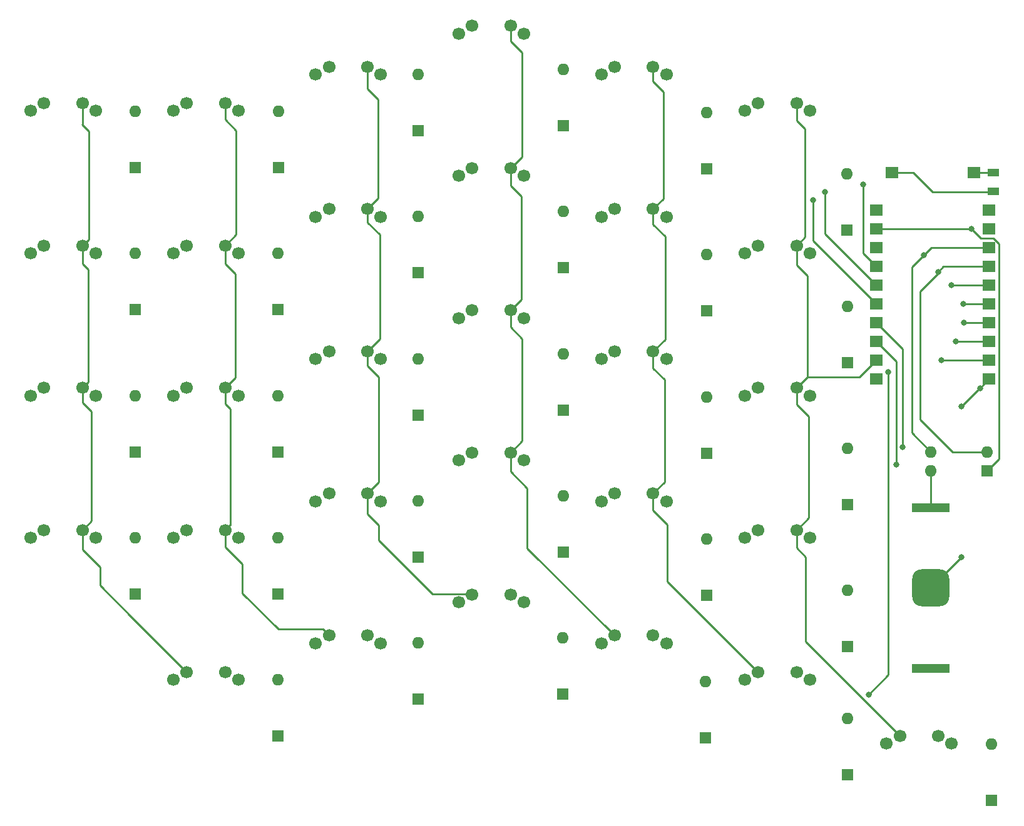
<source format=gbr>
%TF.GenerationSoftware,KiCad,Pcbnew,(6.0.8)*%
%TF.CreationDate,2023-02-14T17:54:26+07:00*%
%TF.ProjectId,dongle_256,646f6e67-6c65-45f3-9235-362e6b696361,rev?*%
%TF.SameCoordinates,Original*%
%TF.FileFunction,Copper,L2,Bot*%
%TF.FilePolarity,Positive*%
%FSLAX46Y46*%
G04 Gerber Fmt 4.6, Leading zero omitted, Abs format (unit mm)*
G04 Created by KiCad (PCBNEW (6.0.8)) date 2023-02-14 17:54:26*
%MOMM*%
%LPD*%
G01*
G04 APERTURE LIST*
G04 Aperture macros list*
%AMRoundRect*
0 Rectangle with rounded corners*
0 $1 Rounding radius*
0 $2 $3 $4 $5 $6 $7 $8 $9 X,Y pos of 4 corners*
0 Add a 4 corners polygon primitive as box body*
4,1,4,$2,$3,$4,$5,$6,$7,$8,$9,$2,$3,0*
0 Add four circle primitives for the rounded corners*
1,1,$1+$1,$2,$3*
1,1,$1+$1,$4,$5*
1,1,$1+$1,$6,$7*
1,1,$1+$1,$8,$9*
0 Add four rect primitives between the rounded corners*
20,1,$1+$1,$2,$3,$4,$5,0*
20,1,$1+$1,$4,$5,$6,$7,0*
20,1,$1+$1,$6,$7,$8,$9,0*
20,1,$1+$1,$8,$9,$2,$3,0*%
G04 Aperture macros list end*
%TA.AperFunction,ComponentPad*%
%ADD10R,1.600000X1.600000*%
%TD*%
%TA.AperFunction,ComponentPad*%
%ADD11O,1.600000X1.600000*%
%TD*%
%TA.AperFunction,ComponentPad*%
%ADD12C,1.700000*%
%TD*%
%TA.AperFunction,SMDPad,CuDef*%
%ADD13R,5.100000X1.200000*%
%TD*%
%TA.AperFunction,SMDPad,CuDef*%
%ADD14RoundRect,1.250000X-1.250000X1.250000X-1.250000X-1.250000X1.250000X-1.250000X1.250000X1.250000X0*%
%TD*%
%TA.AperFunction,SMDPad,CuDef*%
%ADD15R,1.524000X1.000000*%
%TD*%
%TA.AperFunction,SMDPad,CuDef*%
%ADD16R,1.800000X1.524000*%
%TD*%
%TA.AperFunction,ViaPad*%
%ADD17C,0.800000*%
%TD*%
%TA.AperFunction,Conductor*%
%ADD18C,0.250000*%
%TD*%
G04 APERTURE END LIST*
D10*
%TO.P,D17,1,K*%
%TO.N,Net-(D13-Pad1)*%
X125830000Y-92787500D03*
D11*
%TO.P,D17,2,A*%
%TO.N,Net-(D17-Pad2)*%
X125830000Y-85167500D03*
%TD*%
D12*
%TO.P,SW28,1,COL*%
%TO.N,Net-(SW10-Pad1)*%
X113360000Y-117485500D03*
X118560000Y-117485500D03*
%TO.P,SW28,2,ROW*%
%TO.N,Net-(D28-Pad2)*%
X120360000Y-118535500D03*
X111560000Y-118535500D03*
%TD*%
D10*
%TO.P,D30,1,K*%
%TO.N,Net-(D25-Pad1)*%
X164300000Y-139810000D03*
D11*
%TO.P,D30,2,A*%
%TO.N,Net-(D30-Pad2)*%
X164300000Y-132190000D03*
%TD*%
D10*
%TO.P,D12,1,K*%
%TO.N,Net-(D10-Pad1)*%
X144900000Y-80505000D03*
D11*
%TO.P,D12,2,A*%
%TO.N,Net-(D12-Pad2)*%
X144900000Y-72885000D03*
%TD*%
D10*
%TO.P,D21,1,K*%
%TO.N,Net-(D19-Pad1)*%
X86800000Y-106855000D03*
D11*
%TO.P,D21,2,A*%
%TO.N,Net-(D21-Pad2)*%
X86800000Y-99235000D03*
%TD*%
D10*
%TO.P,D22,1,K*%
%TO.N,Net-(D19-Pad1)*%
X106400000Y-106200000D03*
D11*
%TO.P,D22,2,A*%
%TO.N,Net-(D22-Pad2)*%
X106400000Y-98580000D03*
%TD*%
D12*
%TO.P,SW8,1,COL*%
%TO.N,Net-(SW14-Pad1)*%
X55490000Y-64673000D03*
X60690000Y-64673000D03*
%TO.P,SW8,2,ROW*%
%TO.N,Net-(D8-Pad2)*%
X53690000Y-65723000D03*
X62490000Y-65723000D03*
%TD*%
%TO.P,SW24,1,COL*%
%TO.N,Net-(SW12-Pad1)*%
X137970000Y-103204500D03*
X132770000Y-103204500D03*
%TO.P,SW24,2,ROW*%
%TO.N,Net-(D24-Pad2)*%
X130970000Y-104254500D03*
X139770000Y-104254500D03*
%TD*%
D10*
%TO.P,D5,1,K*%
%TO.N,Net-(D1-Pad1)*%
X125834000Y-54292500D03*
D11*
%TO.P,D5,2,A*%
%TO.N,Net-(D5-Pad2)*%
X125834000Y-46672500D03*
%TD*%
D12*
%TO.P,SW27,1,COL*%
%TO.N,Net-(SW15-Pad1)*%
X94080000Y-111945500D03*
X99280000Y-111945500D03*
%TO.P,SW27,2,ROW*%
%TO.N,Net-(D27-Pad2)*%
X92280000Y-112995500D03*
X101080000Y-112995500D03*
%TD*%
D10*
%TO.P,D27,1,K*%
%TO.N,Net-(D25-Pad1)*%
X106366000Y-125410250D03*
D11*
%TO.P,D27,2,A*%
%TO.N,Net-(D27-Pad2)*%
X106366000Y-117790250D03*
%TD*%
D12*
%TO.P,SW29,1,COL*%
%TO.N,Net-(SW11-Pad1)*%
X132760000Y-122433000D03*
X137960000Y-122433000D03*
%TO.P,SW29,2,ROW*%
%TO.N,Net-(D29-Pad2)*%
X139760000Y-123483000D03*
X130960000Y-123483000D03*
%TD*%
D10*
%TO.P,D20,1,K*%
%TO.N,Net-(D19-Pad1)*%
X67850000Y-111849750D03*
D11*
%TO.P,D20,2,A*%
%TO.N,Net-(D20-Pad2)*%
X67850000Y-104229750D03*
%TD*%
D12*
%TO.P,SW10,1,COL*%
%TO.N,Net-(SW10-Pad1)*%
X99290000Y-54185500D03*
X94090000Y-54185500D03*
%TO.P,SW10,2,ROW*%
%TO.N,Net-(D10-Pad2)*%
X101090000Y-55235500D03*
X92290000Y-55235500D03*
%TD*%
D10*
%TO.P,D4,1,K*%
%TO.N,Net-(D1-Pad1)*%
X106408000Y-48457500D03*
D11*
%TO.P,D4,2,A*%
%TO.N,Net-(D4-Pad2)*%
X106408000Y-40837500D03*
%TD*%
D12*
%TO.P,SW3,1,COL*%
%TO.N,Net-(SW15-Pad1)*%
X74730000Y-40459750D03*
X79930000Y-40459750D03*
%TO.P,SW3,2,ROW*%
%TO.N,Net-(D3-Pad2)*%
X72930000Y-41509750D03*
X81730000Y-41509750D03*
%TD*%
D10*
%TO.P,D29,1,K*%
%TO.N,Net-(D25-Pad1)*%
X144870000Y-136367500D03*
D11*
%TO.P,D29,2,A*%
%TO.N,Net-(D29-Pad2)*%
X144870000Y-128747500D03*
%TD*%
D10*
%TO.P,D16,1,K*%
%TO.N,Net-(D13-Pad1)*%
X106400000Y-86952500D03*
D11*
%TO.P,D16,2,A*%
%TO.N,Net-(D16-Pad2)*%
X106400000Y-79332500D03*
%TD*%
D12*
%TO.P,SW11,1,COL*%
%TO.N,Net-(SW11-Pad1)*%
X113370000Y-59725500D03*
X118570000Y-59725500D03*
%TO.P,SW11,2,ROW*%
%TO.N,Net-(D11-Pad2)*%
X120370000Y-60775500D03*
X111570000Y-60775500D03*
%TD*%
D10*
%TO.P,D18,1,K*%
%TO.N,Net-(D13-Pad1)*%
X144900000Y-99752500D03*
D11*
%TO.P,D18,2,A*%
%TO.N,Net-(D18-Pad2)*%
X144900000Y-92132500D03*
%TD*%
D10*
%TO.P,D26,1,K*%
%TO.N,Net-(D25-Pad1)*%
X86758000Y-126065250D03*
D11*
%TO.P,D26,2,A*%
%TO.N,Net-(D26-Pad2)*%
X86758000Y-118445250D03*
%TD*%
D12*
%TO.P,SW4,1,COL*%
%TO.N,Net-(SW10-Pad1)*%
X99290000Y-34919750D03*
X94090000Y-34919750D03*
%TO.P,SW4,2,ROW*%
%TO.N,Net-(D4-Pad2)*%
X101090000Y-35969750D03*
X92290000Y-35969750D03*
%TD*%
D10*
%TO.P,D3,1,K*%
%TO.N,Net-(D1-Pad1)*%
X86812000Y-49112500D03*
D11*
%TO.P,D3,2,A*%
%TO.N,Net-(D3-Pad2)*%
X86812000Y-41492500D03*
%TD*%
D12*
%TO.P,SW17,1,COL*%
%TO.N,Net-(SW11-Pad1)*%
X118570000Y-78991250D03*
X113370000Y-78991250D03*
%TO.P,SW17,2,ROW*%
%TO.N,Net-(D17-Pad2)*%
X111570000Y-80041250D03*
X120370000Y-80041250D03*
%TD*%
%TO.P,SW19,1,COL*%
%TO.N,Net-(SW1-Pad1)*%
X41370000Y-103204500D03*
X36170000Y-103204500D03*
%TO.P,SW19,2,ROW*%
%TO.N,Net-(D19-Pad2)*%
X34370000Y-104254500D03*
X43170000Y-104254500D03*
%TD*%
%TO.P,SW26,1,COL*%
%TO.N,Net-(SW14-Pad1)*%
X79920000Y-117485500D03*
X74720000Y-117485500D03*
%TO.P,SW26,2,ROW*%
%TO.N,Net-(D26-Pad2)*%
X72920000Y-118535500D03*
X81720000Y-118535500D03*
%TD*%
%TO.P,SW1,1,COL*%
%TO.N,Net-(SW1-Pad1)*%
X36170000Y-45407250D03*
X41370000Y-45407250D03*
%TO.P,SW1,2,ROW*%
%TO.N,Net-(D1-Pad2)*%
X43170000Y-46457250D03*
X34370000Y-46457250D03*
%TD*%
D10*
%TO.P,D7,1,K*%
%TO.N,Net-(D10-Pad1)*%
X48530000Y-73354750D03*
D11*
%TO.P,D7,2,A*%
%TO.N,Net-(D7-Pad2)*%
X48530000Y-65734750D03*
%TD*%
D10*
%TO.P,D11,1,K*%
%TO.N,Net-(D10-Pad1)*%
X125830000Y-73540000D03*
D11*
%TO.P,D11,2,A*%
%TO.N,Net-(D11-Pad2)*%
X125830000Y-65920000D03*
%TD*%
D12*
%TO.P,SW2,1,COL*%
%TO.N,Net-(SW14-Pad1)*%
X60690000Y-45407250D03*
X55490000Y-45407250D03*
%TO.P,SW2,2,ROW*%
%TO.N,Net-(D2-Pad2)*%
X53690000Y-46457250D03*
X62490000Y-46457250D03*
%TD*%
D10*
%TO.P,D14,1,K*%
%TO.N,Net-(D13-Pad1)*%
X67850000Y-92602250D03*
D11*
%TO.P,D14,2,A*%
%TO.N,Net-(D14-Pad2)*%
X67850000Y-84982250D03*
%TD*%
D12*
%TO.P,SW12,1,COL*%
%TO.N,Net-(SW12-Pad1)*%
X132770000Y-64673000D03*
X137970000Y-64673000D03*
%TO.P,SW12,2,ROW*%
%TO.N,Net-(D12-Pad2)*%
X130970000Y-65723000D03*
X139770000Y-65723000D03*
%TD*%
%TO.P,SW23,1,COL*%
%TO.N,Net-(SW11-Pad1)*%
X113370000Y-98257000D03*
X118570000Y-98257000D03*
%TO.P,SW23,2,ROW*%
%TO.N,Net-(D23-Pad2)*%
X111570000Y-99307000D03*
X120370000Y-99307000D03*
%TD*%
%TO.P,SW5,1,COL*%
%TO.N,Net-(SW11-Pad1)*%
X113370000Y-40459750D03*
X118570000Y-40459750D03*
%TO.P,SW5,2,ROW*%
%TO.N,Net-(D5-Pad2)*%
X120370000Y-41509750D03*
X111570000Y-41509750D03*
%TD*%
%TO.P,SW6,1,COL*%
%TO.N,Net-(SW12-Pad1)*%
X132770000Y-45407250D03*
X137970000Y-45407250D03*
%TO.P,SW6,2,ROW*%
%TO.N,Net-(D6-Pad2)*%
X130970000Y-46457250D03*
X139770000Y-46457250D03*
%TD*%
D10*
%TO.P,D25,1,K*%
%TO.N,Net-(D25-Pad1)*%
X67800000Y-131060000D03*
D11*
%TO.P,D25,2,A*%
%TO.N,Net-(D25-Pad2)*%
X67800000Y-123440000D03*
%TD*%
D12*
%TO.P,SW14,1,COL*%
%TO.N,Net-(SW14-Pad1)*%
X60690000Y-83938750D03*
X55490000Y-83938750D03*
%TO.P,SW14,2,ROW*%
%TO.N,Net-(D14-Pad2)*%
X62490000Y-84988750D03*
X53690000Y-84988750D03*
%TD*%
%TO.P,SW20,1,COL*%
%TO.N,Net-(SW14-Pad1)*%
X60690000Y-103204500D03*
X55490000Y-103204500D03*
%TO.P,SW20,2,ROW*%
%TO.N,Net-(D20-Pad2)*%
X62490000Y-104254500D03*
X53690000Y-104254500D03*
%TD*%
D10*
%TO.P,D9,1,K*%
%TO.N,Net-(D10-Pad1)*%
X86800000Y-68360000D03*
D11*
%TO.P,D9,2,A*%
%TO.N,Net-(D9-Pad2)*%
X86800000Y-60740000D03*
%TD*%
D10*
%TO.P,D19,1,K*%
%TO.N,Net-(D19-Pad1)*%
X48530000Y-111849750D03*
D11*
%TO.P,D19,2,A*%
%TO.N,Net-(D19-Pad2)*%
X48530000Y-104229750D03*
%TD*%
D10*
%TO.P,D15,1,K*%
%TO.N,Net-(D13-Pad1)*%
X86800000Y-87607500D03*
D11*
%TO.P,D15,2,A*%
%TO.N,Net-(D15-Pad2)*%
X86800000Y-79987500D03*
%TD*%
D10*
%TO.P,D2,1,K*%
%TO.N,Net-(D1-Pad1)*%
X67866000Y-54107250D03*
D11*
%TO.P,D2,2,A*%
%TO.N,Net-(D2-Pad2)*%
X67866000Y-46487250D03*
%TD*%
D10*
%TO.P,D13,1,K*%
%TO.N,Net-(D13-Pad1)*%
X48530000Y-92602250D03*
D11*
%TO.P,D13,2,A*%
%TO.N,Net-(D13-Pad2)*%
X48530000Y-84982250D03*
%TD*%
D12*
%TO.P,SW15,1,COL*%
%TO.N,Net-(SW15-Pad1)*%
X74730000Y-78991250D03*
X79930000Y-78991250D03*
%TO.P,SW15,2,ROW*%
%TO.N,Net-(D15-Pad2)*%
X72930000Y-80041250D03*
X81730000Y-80041250D03*
%TD*%
%TO.P,SW30,1,COL*%
%TO.N,Net-(SW12-Pad1)*%
X151950000Y-131053000D03*
X157150000Y-131053000D03*
%TO.P,SW30,2,ROW*%
%TO.N,Net-(D30-Pad2)*%
X150150000Y-132103000D03*
X158950000Y-132103000D03*
%TD*%
%TO.P,SW18,1,COL*%
%TO.N,Net-(SW12-Pad1)*%
X132770000Y-83938750D03*
X137970000Y-83938750D03*
%TO.P,SW18,2,ROW*%
%TO.N,Net-(D18-Pad2)*%
X139770000Y-84988750D03*
X130970000Y-84988750D03*
%TD*%
D10*
%TO.P,D6,1,K*%
%TO.N,Net-(D1-Pad1)*%
X144800000Y-62560000D03*
D11*
%TO.P,D6,2,A*%
%TO.N,Net-(D6-Pad2)*%
X144800000Y-54940000D03*
%TD*%
D12*
%TO.P,SW9,1,COL*%
%TO.N,Net-(SW15-Pad1)*%
X79930000Y-59725500D03*
X74730000Y-59725500D03*
%TO.P,SW9,2,ROW*%
%TO.N,Net-(D9-Pad2)*%
X81730000Y-60775500D03*
X72930000Y-60775500D03*
%TD*%
%TO.P,SW21,1,COL*%
%TO.N,Net-(SW15-Pad1)*%
X79930000Y-98257000D03*
X74730000Y-98257000D03*
%TO.P,SW21,2,ROW*%
%TO.N,Net-(D21-Pad2)*%
X72930000Y-99307000D03*
X81730000Y-99307000D03*
%TD*%
%TO.P,SW16,1,COL*%
%TO.N,Net-(SW10-Pad1)*%
X94090000Y-73451250D03*
X99290000Y-73451250D03*
%TO.P,SW16,2,ROW*%
%TO.N,Net-(D16-Pad2)*%
X101090000Y-74501250D03*
X92290000Y-74501250D03*
%TD*%
D10*
%TO.P,D28,1,K*%
%TO.N,Net-(D25-Pad1)*%
X125600000Y-131350000D03*
D11*
%TO.P,D28,2,A*%
%TO.N,Net-(D28-Pad2)*%
X125600000Y-123730000D03*
%TD*%
D10*
%TO.P,SW31,1*%
%TO.N,Net-(U1-PadOUT)*%
X163767500Y-95175000D03*
D11*
%TO.P,SW31,2*%
%TO.N,Net-(SW31-Pad2)*%
X163767500Y-92635000D03*
%TO.P,SW31,3*%
%TO.N,Net-(U1-Pad0.17)*%
X156147500Y-92635000D03*
%TO.P,SW31,4*%
%TO.N,Net-(BT1-Pad1)*%
X156147500Y-95175000D03*
%TD*%
D12*
%TO.P,SW13,1,COL*%
%TO.N,Net-(SW1-Pad1)*%
X41370000Y-83938750D03*
X36170000Y-83938750D03*
%TO.P,SW13,2,ROW*%
%TO.N,Net-(D13-Pad2)*%
X43170000Y-84988750D03*
X34370000Y-84988750D03*
%TD*%
D10*
%TO.P,D8,1,K*%
%TO.N,Net-(D10-Pad1)*%
X67850000Y-73354750D03*
D11*
%TO.P,D8,2,A*%
%TO.N,Net-(D8-Pad2)*%
X67850000Y-65734750D03*
%TD*%
D12*
%TO.P,SW7,1,COL*%
%TO.N,Net-(SW1-Pad1)*%
X41370000Y-64673000D03*
X36170000Y-64673000D03*
%TO.P,SW7,2,ROW*%
%TO.N,Net-(D7-Pad2)*%
X34370000Y-65723000D03*
X43170000Y-65723000D03*
%TD*%
D10*
%TO.P,D23,1,K*%
%TO.N,Net-(D19-Pad1)*%
X125830000Y-112035000D03*
D11*
%TO.P,D23,2,A*%
%TO.N,Net-(D23-Pad2)*%
X125830000Y-104415000D03*
%TD*%
D10*
%TO.P,D24,1,K*%
%TO.N,Net-(D19-Pad1)*%
X144900000Y-119000000D03*
D11*
%TO.P,D24,2,A*%
%TO.N,Net-(D24-Pad2)*%
X144900000Y-111380000D03*
%TD*%
D12*
%TO.P,SW22,1,COL*%
%TO.N,Net-(SW10-Pad1)*%
X99290000Y-92717000D03*
X94090000Y-92717000D03*
%TO.P,SW22,2,ROW*%
%TO.N,Net-(D22-Pad2)*%
X92290000Y-93767000D03*
X101090000Y-93767000D03*
%TD*%
%TO.P,SW25,1,COL*%
%TO.N,Net-(SW1-Pad1)*%
X60680000Y-122433000D03*
X55480000Y-122433000D03*
%TO.P,SW25,2,ROW*%
%TO.N,Net-(D25-Pad2)*%
X62480000Y-123483000D03*
X53680000Y-123483000D03*
%TD*%
D10*
%TO.P,D1,1,K*%
%TO.N,Net-(D1-Pad1)*%
X48550000Y-54107250D03*
D11*
%TO.P,D1,2,A*%
%TO.N,Net-(D1-Pad2)*%
X48550000Y-46487250D03*
%TD*%
D10*
%TO.P,D10,1,K*%
%TO.N,Net-(D10-Pad1)*%
X106400000Y-67705000D03*
D11*
%TO.P,D10,2,A*%
%TO.N,Net-(D10-Pad2)*%
X106400000Y-60085000D03*
%TD*%
D13*
%TO.P,BT2,1,+*%
%TO.N,Net-(BT1-Pad1)*%
X156150000Y-121950000D03*
X156150000Y-100150000D03*
D14*
%TO.P,BT2,2,-*%
%TO.N,Net-(BT1-Pad2)*%
X156150000Y-111050000D03*
%TD*%
D15*
%TO.P,J2,1,Pin_1*%
%TO.N,Net-(J1-Pad1)*%
X164600000Y-57375000D03*
%TO.P,J2,2,Pin_2*%
%TO.N,Net-(J1-Pad2)*%
X164600000Y-54835000D03*
%TD*%
D16*
%TO.P,U2,0.02,0.02*%
%TO.N,Net-(SW15-Pad1)*%
X148780000Y-72595000D03*
%TO.P,U2,0.09,0.09*%
%TO.N,Net-(D19-Pad1)*%
X164020000Y-77675000D03*
%TO.P,U2,0.10,0.10*%
%TO.N,Net-(D25-Pad1)*%
X164020000Y-80215000D03*
%TO.P,U2,0.13,0.13*%
%TO.N,Net-(U1-Pad0.13)*%
X164020000Y-59895000D03*
%TO.P,U2,0.15,0.15*%
%TO.N,Net-(U1-Pad0.15)*%
X164020000Y-62435000D03*
%TO.P,U2,0.17,0.17*%
%TO.N,Net-(U1-Pad0.17)*%
X164020000Y-64975000D03*
%TO.P,U2,0.20,0.20*%
%TO.N,Net-(SW31-Pad2)*%
X164020000Y-67515000D03*
%TO.P,U2,0.22,0.22*%
%TO.N,Net-(D1-Pad1)*%
X164020000Y-70055000D03*
%TO.P,U2,0.24,0.24*%
%TO.N,Net-(D10-Pad1)*%
X164020000Y-72595000D03*
%TO.P,U2,0.29,0.29*%
%TO.N,Net-(SW14-Pad1)*%
X148780000Y-70055000D03*
%TO.P,U2,0.31,0.31*%
%TO.N,Net-(SW1-Pad1)*%
X148780000Y-67515000D03*
%TO.P,U2,1.00,1.00*%
%TO.N,Net-(D13-Pad1)*%
X164020000Y-75135000D03*
%TO.P,U2,1.10,1.10*%
%TO.N,Net-(SW12-Pad1)*%
X148780000Y-80215000D03*
%TO.P,U2,1.13,1.13*%
%TO.N,Net-(SW11-Pad1)*%
X148780000Y-77675000D03*
%TO.P,U2,1.15,1.15*%
%TO.N,Net-(SW10-Pad1)*%
X148780000Y-75135000D03*
%TO.P,U2,G1,GND*%
%TO.N,Net-(BT1-Pad2)*%
X164020000Y-82755000D03*
%TO.P,U2,G2,GND*%
X148780000Y-82755000D03*
%TO.P,U2,G3,GND*%
X148780000Y-64975000D03*
%TO.P,U2,OUT,OUT*%
%TO.N,Net-(U1-PadOUT)*%
X148780000Y-62435000D03*
%TO.P,U2,SWDCLK,SWDCLK*%
%TO.N,Net-(J1-Pad1)*%
X150840000Y-54815000D03*
%TO.P,U2,SWDIO,SWDIO*%
%TO.N,Net-(J1-Pad2)*%
X161960000Y-54815000D03*
%TO.P,U2,VBUS,VBUS*%
%TO.N,Net-(U1-PadVBUS)*%
X148780000Y-59895000D03*
%TD*%
D17*
%TO.N,Net-(D1-Pad1)*%
X158945000Y-70055000D03*
%TO.N,Net-(D10-Pad1)*%
X160555000Y-72595000D03*
%TO.N,Net-(D13-Pad1)*%
X160585000Y-75135000D03*
%TO.N,Net-(D19-Pad1)*%
X159475000Y-77675000D03*
%TO.N,Net-(D25-Pad1)*%
X147721000Y-125479000D03*
X150400000Y-81800000D03*
X157550000Y-80215000D03*
%TO.N,Net-(SW1-Pad1)*%
X147000000Y-56400000D03*
%TO.N,Net-(SW14-Pad1)*%
X141850000Y-57400000D03*
%TO.N,Net-(SW15-Pad1)*%
X140200000Y-58500000D03*
%TO.N,Net-(SW10-Pad1)*%
X152350000Y-92000000D03*
%TO.N,Net-(SW11-Pad1)*%
X151450000Y-94300000D03*
%TO.N,Net-(BT1-Pad2)*%
X160300000Y-106900000D03*
X162775000Y-84000000D03*
X160300000Y-86450000D03*
%TO.N,Net-(U1-PadOUT)*%
X161665000Y-62435000D03*
%TO.N,Net-(SW31-Pad2)*%
X157100000Y-68250000D03*
%TO.N,Net-(U1-Pad0.17)*%
X155150000Y-66000000D03*
%TD*%
D18*
%TO.N,Net-(D1-Pad1)*%
X158945000Y-70055000D02*
X164020000Y-70055000D01*
%TO.N,Net-(D10-Pad1)*%
X160555000Y-72595000D02*
X164020000Y-72595000D01*
%TO.N,Net-(D13-Pad1)*%
X164020000Y-75135000D02*
X160585000Y-75135000D01*
%TO.N,Net-(D19-Pad1)*%
X164020000Y-77675000D02*
X159475000Y-77675000D01*
%TO.N,Net-(D25-Pad1)*%
X157550000Y-80215000D02*
X164020000Y-80215000D01*
X150400000Y-122800000D02*
X147721000Y-125479000D01*
X150400000Y-81800000D02*
X150400000Y-122800000D01*
%TO.N,Net-(SW1-Pad1)*%
X41370000Y-85920000D02*
X42600000Y-87150000D01*
X147000000Y-56400000D02*
X147000000Y-65735000D01*
X41370000Y-45407250D02*
X41370000Y-48180000D01*
X48097000Y-115050000D02*
X48097000Y-115047000D01*
X41300000Y-48250000D02*
X42220000Y-49170000D01*
X42220000Y-49170000D02*
X42220000Y-63823000D01*
X43750000Y-108200000D02*
X43750000Y-110700000D01*
X41370000Y-48180000D02*
X41300000Y-48250000D01*
X48097000Y-115050000D02*
X55480000Y-122433000D01*
X147000000Y-65735000D02*
X148780000Y-67515000D01*
X42600000Y-101974500D02*
X41370000Y-103204500D01*
X41370000Y-103204500D02*
X41370000Y-105820000D01*
X41370000Y-83938750D02*
X41370000Y-85920000D01*
X42220000Y-63823000D02*
X41370000Y-64673000D01*
X42150000Y-83158750D02*
X41370000Y-83938750D01*
X48097000Y-115047000D02*
X43750000Y-110700000D01*
X41370000Y-105820000D02*
X43750000Y-108200000D01*
X42150000Y-67900000D02*
X42150000Y-83158750D01*
X41370000Y-64673000D02*
X41370000Y-67120000D01*
X41370000Y-67120000D02*
X42150000Y-67900000D01*
X42600000Y-87150000D02*
X42600000Y-101974500D01*
%TO.N,Net-(SW14-Pad1)*%
X60690000Y-67140000D02*
X62050000Y-68500000D01*
X62050000Y-82578750D02*
X60690000Y-83938750D01*
X62150000Y-49100000D02*
X62150000Y-63213000D01*
X61400000Y-86800000D02*
X61400000Y-102494500D01*
X62050000Y-68500000D02*
X62050000Y-82578750D01*
X63000000Y-111750000D02*
X67885500Y-116635500D01*
X60690000Y-103204500D02*
X60690000Y-105490000D01*
X61400000Y-102494500D02*
X60690000Y-103204500D01*
X60690000Y-64673000D02*
X60690000Y-67140000D01*
X73870000Y-116635500D02*
X74720000Y-117485500D01*
X60690000Y-45407250D02*
X60690000Y-47640000D01*
X63000000Y-107800000D02*
X63000000Y-111750000D01*
X67885500Y-116635500D02*
X73870000Y-116635500D01*
X141850000Y-57400000D02*
X141850000Y-63125000D01*
X60690000Y-105490000D02*
X63000000Y-107800000D01*
X141850000Y-63125000D02*
X148780000Y-70055000D01*
X60690000Y-47640000D02*
X62150000Y-49100000D01*
X60690000Y-83938750D02*
X60690000Y-86090000D01*
X62150000Y-63213000D02*
X60690000Y-64673000D01*
X60690000Y-86090000D02*
X61400000Y-86800000D01*
%TO.N,Net-(SW15-Pad1)*%
X81350000Y-58305500D02*
X79930000Y-59725500D01*
X81350000Y-44850000D02*
X81350000Y-58305500D01*
X81600000Y-63200000D02*
X81600000Y-77321250D01*
X79930000Y-40459750D02*
X79930000Y-43430000D01*
X81450000Y-104550000D02*
X88720500Y-111820500D01*
X81450000Y-82500000D02*
X81450000Y-96737000D01*
X79930000Y-98257000D02*
X79930000Y-101005000D01*
X140200000Y-64015000D02*
X148780000Y-72595000D01*
X88720500Y-111820500D02*
X93955000Y-111820500D01*
X79930000Y-80980000D02*
X81450000Y-82500000D01*
X93955000Y-111820500D02*
X94080000Y-111945500D01*
X81450000Y-102525000D02*
X81450000Y-104550000D01*
X81450000Y-96737000D02*
X79930000Y-98257000D01*
X79930000Y-78991250D02*
X79930000Y-80980000D01*
X79930000Y-43430000D02*
X81350000Y-44850000D01*
X140200000Y-58500000D02*
X140200000Y-64015000D01*
X79930000Y-59725500D02*
X79930000Y-61530000D01*
X79930000Y-61530000D02*
X81600000Y-63200000D01*
X81600000Y-77321250D02*
X79930000Y-78991250D01*
X79930000Y-101005000D02*
X81450000Y-102525000D01*
%TO.N,Net-(SW10-Pad1)*%
X99290000Y-92717000D02*
X99290000Y-95290000D01*
X100750000Y-58050000D02*
X100750000Y-71991250D01*
X99290000Y-95290000D02*
X101550000Y-97550000D01*
X100800000Y-38500000D02*
X100800000Y-52675500D01*
X152350000Y-78705000D02*
X148780000Y-75135000D01*
X99290000Y-56590000D02*
X100750000Y-58050000D01*
X99290000Y-34919750D02*
X99290000Y-36990000D01*
X99290000Y-75740000D02*
X100850000Y-77300000D01*
X100750000Y-71991250D02*
X99290000Y-73451250D01*
X100850000Y-77300000D02*
X100850000Y-91157000D01*
X99290000Y-36990000D02*
X100800000Y-38500000D01*
X101550000Y-97550000D02*
X101550000Y-105675500D01*
X100800000Y-52675500D02*
X99290000Y-54185500D01*
X152350000Y-92000000D02*
X152350000Y-78705000D01*
X100850000Y-91157000D02*
X99290000Y-92717000D01*
X101550000Y-105675500D02*
X113360000Y-117485500D01*
X99290000Y-73451250D02*
X99290000Y-75740000D01*
X99290000Y-54185500D02*
X99290000Y-56590000D01*
%TO.N,Net-(SW11-Pad1)*%
X120500000Y-110173000D02*
X132760000Y-122433000D01*
X119950000Y-58345500D02*
X118570000Y-59725500D01*
X120200000Y-63450000D02*
X120200000Y-77361250D01*
X120100000Y-82850000D02*
X120100000Y-96727000D01*
X151450000Y-80345000D02*
X148780000Y-77675000D01*
X118570000Y-98257000D02*
X118570000Y-100520000D01*
X120100000Y-96727000D02*
X118570000Y-98257000D01*
X118570000Y-61820000D02*
X120200000Y-63450000D01*
X118570000Y-100520000D02*
X120500000Y-102450000D01*
X151450000Y-94300000D02*
X151450000Y-80345000D01*
X118570000Y-59725500D02*
X118570000Y-61820000D01*
X118570000Y-78991250D02*
X118570000Y-81320000D01*
X118570000Y-81320000D02*
X120100000Y-82850000D01*
X119950000Y-43850000D02*
X119950000Y-58345500D01*
X120200000Y-77361250D02*
X118570000Y-78991250D01*
X120500000Y-102450000D02*
X120500000Y-110173000D01*
X118570000Y-42470000D02*
X119950000Y-43850000D01*
X118570000Y-40459750D02*
X118570000Y-42470000D01*
%TO.N,Net-(SW12-Pad1)*%
X139400000Y-68750000D02*
X139400000Y-82508750D01*
X137970000Y-67320000D02*
X139400000Y-68750000D01*
X139100000Y-63543000D02*
X137970000Y-64673000D01*
X137970000Y-64673000D02*
X137970000Y-67320000D01*
X137970000Y-105620000D02*
X139200000Y-106850000D01*
X146486250Y-82508750D02*
X148780000Y-80215000D01*
X137970000Y-86170000D02*
X139650000Y-87850000D01*
X139400000Y-82508750D02*
X137970000Y-83938750D01*
X139650000Y-101524500D02*
X137970000Y-103204500D01*
X139650000Y-87850000D02*
X139650000Y-101524500D01*
X139400000Y-82508750D02*
X146486250Y-82508750D01*
X139100000Y-48900000D02*
X139100000Y-63543000D01*
X137970000Y-47770000D02*
X139100000Y-48900000D01*
X137970000Y-103204500D02*
X137970000Y-105620000D01*
X139200000Y-118303000D02*
X151950000Y-131053000D01*
X137970000Y-45407250D02*
X137970000Y-47770000D01*
X137970000Y-83938750D02*
X137970000Y-86170000D01*
X139200000Y-106850000D02*
X139200000Y-118303000D01*
%TO.N,Net-(BT1-Pad2)*%
X162750000Y-84000000D02*
X162775000Y-84000000D01*
X156150000Y-111050000D02*
X160300000Y-106900000D01*
X160300000Y-86450000D02*
X162750000Y-84000000D01*
X164020000Y-82755000D02*
X162775000Y-84000000D01*
%TO.N,Net-(BT1-Pad1)*%
X156150000Y-100150000D02*
X156150000Y-95177500D01*
X156150000Y-95177500D02*
X156147500Y-95175000D01*
%TO.N,Net-(J1-Pad1)*%
X156350000Y-57400000D02*
X164575000Y-57400000D01*
X150840000Y-54815000D02*
X153765000Y-54815000D01*
X153765000Y-54815000D02*
X156350000Y-57400000D01*
X150725000Y-54930000D02*
X150840000Y-54815000D01*
X164575000Y-57400000D02*
X164600000Y-57375000D01*
%TO.N,Net-(J1-Pad2)*%
X161915000Y-54860000D02*
X161960000Y-54815000D01*
X161960000Y-54815000D02*
X164580000Y-54815000D01*
X164580000Y-54815000D02*
X164600000Y-54835000D01*
%TO.N,Net-(U1-PadOUT)*%
X148780000Y-62435000D02*
X161665000Y-62435000D01*
X163767500Y-95175000D02*
X165350000Y-93592500D01*
X162930000Y-63700000D02*
X161665000Y-62435000D01*
X165350000Y-64450000D02*
X164600000Y-63700000D01*
X164600000Y-63700000D02*
X162930000Y-63700000D01*
X165350000Y-93592500D02*
X165350000Y-64450000D01*
%TO.N,Net-(SW31-Pad2)*%
X157100000Y-68400000D02*
X154650000Y-70850000D01*
X159085000Y-92635000D02*
X163767500Y-92635000D01*
X154650000Y-70850000D02*
X154650000Y-88200000D01*
X157100000Y-68250000D02*
X157100000Y-68400000D01*
X157835000Y-67515000D02*
X164020000Y-67515000D01*
X157100000Y-68250000D02*
X157835000Y-67515000D01*
X154650000Y-88200000D02*
X159085000Y-92635000D01*
%TO.N,Net-(U1-Pad0.17)*%
X153550000Y-67600000D02*
X153550000Y-90037500D01*
X153550000Y-90037500D02*
X156147500Y-92635000D01*
X156175000Y-64975000D02*
X164020000Y-64975000D01*
X155150000Y-66000000D02*
X153550000Y-67600000D01*
X155150000Y-66000000D02*
X156175000Y-64975000D01*
%TD*%
M02*

</source>
